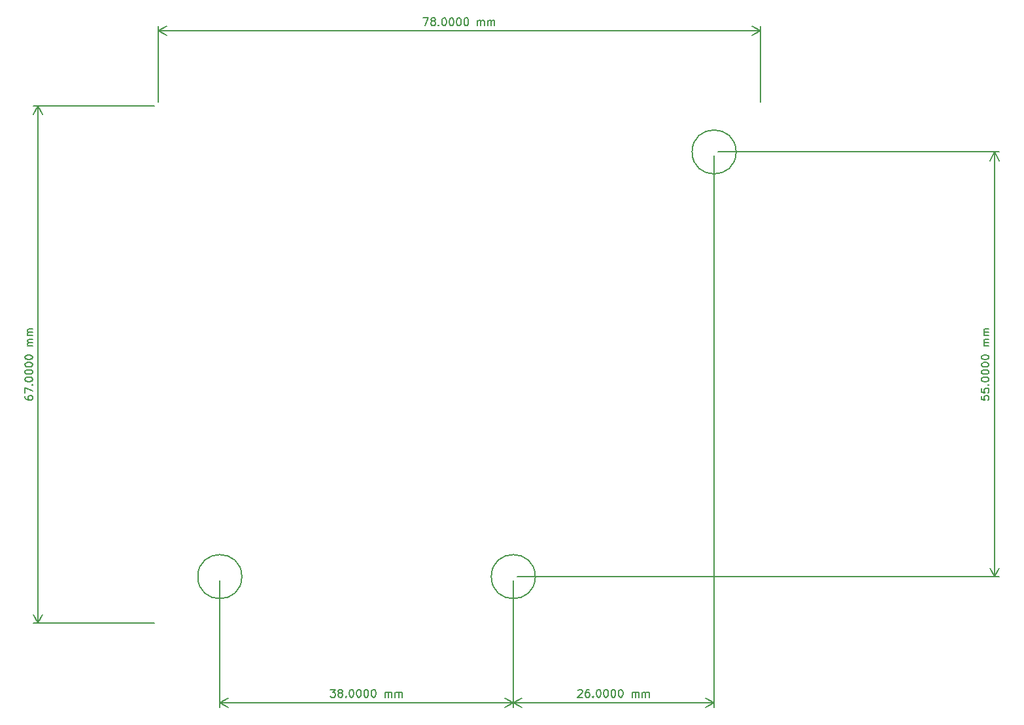
<source format=gbr>
%TF.GenerationSoftware,KiCad,Pcbnew,7.0.5*%
%TF.CreationDate,2023-06-21T21:20:56+02:00*%
%TF.ProjectId,moduleDriver,6d6f6475-6c65-4447-9269-7665722e6b69,rev?*%
%TF.SameCoordinates,Original*%
%TF.FileFunction,Other,Comment*%
%FSLAX46Y46*%
G04 Gerber Fmt 4.6, Leading zero omitted, Abs format (unit mm)*
G04 Created by KiCad (PCBNEW 7.0.5) date 2023-06-21 21:20:56*
%MOMM*%
%LPD*%
G01*
G04 APERTURE LIST*
%ADD10C,0.150000*%
G04 APERTURE END LIST*
D10*
X107380953Y-145720057D02*
X107428572Y-145672438D01*
X107428572Y-145672438D02*
X107523810Y-145624819D01*
X107523810Y-145624819D02*
X107761905Y-145624819D01*
X107761905Y-145624819D02*
X107857143Y-145672438D01*
X107857143Y-145672438D02*
X107904762Y-145720057D01*
X107904762Y-145720057D02*
X107952381Y-145815295D01*
X107952381Y-145815295D02*
X107952381Y-145910533D01*
X107952381Y-145910533D02*
X107904762Y-146053390D01*
X107904762Y-146053390D02*
X107333334Y-146624819D01*
X107333334Y-146624819D02*
X107952381Y-146624819D01*
X108809524Y-145624819D02*
X108619048Y-145624819D01*
X108619048Y-145624819D02*
X108523810Y-145672438D01*
X108523810Y-145672438D02*
X108476191Y-145720057D01*
X108476191Y-145720057D02*
X108380953Y-145862914D01*
X108380953Y-145862914D02*
X108333334Y-146053390D01*
X108333334Y-146053390D02*
X108333334Y-146434342D01*
X108333334Y-146434342D02*
X108380953Y-146529580D01*
X108380953Y-146529580D02*
X108428572Y-146577200D01*
X108428572Y-146577200D02*
X108523810Y-146624819D01*
X108523810Y-146624819D02*
X108714286Y-146624819D01*
X108714286Y-146624819D02*
X108809524Y-146577200D01*
X108809524Y-146577200D02*
X108857143Y-146529580D01*
X108857143Y-146529580D02*
X108904762Y-146434342D01*
X108904762Y-146434342D02*
X108904762Y-146196247D01*
X108904762Y-146196247D02*
X108857143Y-146101009D01*
X108857143Y-146101009D02*
X108809524Y-146053390D01*
X108809524Y-146053390D02*
X108714286Y-146005771D01*
X108714286Y-146005771D02*
X108523810Y-146005771D01*
X108523810Y-146005771D02*
X108428572Y-146053390D01*
X108428572Y-146053390D02*
X108380953Y-146101009D01*
X108380953Y-146101009D02*
X108333334Y-146196247D01*
X109333334Y-146529580D02*
X109380953Y-146577200D01*
X109380953Y-146577200D02*
X109333334Y-146624819D01*
X109333334Y-146624819D02*
X109285715Y-146577200D01*
X109285715Y-146577200D02*
X109333334Y-146529580D01*
X109333334Y-146529580D02*
X109333334Y-146624819D01*
X110000000Y-145624819D02*
X110095238Y-145624819D01*
X110095238Y-145624819D02*
X110190476Y-145672438D01*
X110190476Y-145672438D02*
X110238095Y-145720057D01*
X110238095Y-145720057D02*
X110285714Y-145815295D01*
X110285714Y-145815295D02*
X110333333Y-146005771D01*
X110333333Y-146005771D02*
X110333333Y-146243866D01*
X110333333Y-146243866D02*
X110285714Y-146434342D01*
X110285714Y-146434342D02*
X110238095Y-146529580D01*
X110238095Y-146529580D02*
X110190476Y-146577200D01*
X110190476Y-146577200D02*
X110095238Y-146624819D01*
X110095238Y-146624819D02*
X110000000Y-146624819D01*
X110000000Y-146624819D02*
X109904762Y-146577200D01*
X109904762Y-146577200D02*
X109857143Y-146529580D01*
X109857143Y-146529580D02*
X109809524Y-146434342D01*
X109809524Y-146434342D02*
X109761905Y-146243866D01*
X109761905Y-146243866D02*
X109761905Y-146005771D01*
X109761905Y-146005771D02*
X109809524Y-145815295D01*
X109809524Y-145815295D02*
X109857143Y-145720057D01*
X109857143Y-145720057D02*
X109904762Y-145672438D01*
X109904762Y-145672438D02*
X110000000Y-145624819D01*
X110952381Y-145624819D02*
X111047619Y-145624819D01*
X111047619Y-145624819D02*
X111142857Y-145672438D01*
X111142857Y-145672438D02*
X111190476Y-145720057D01*
X111190476Y-145720057D02*
X111238095Y-145815295D01*
X111238095Y-145815295D02*
X111285714Y-146005771D01*
X111285714Y-146005771D02*
X111285714Y-146243866D01*
X111285714Y-146243866D02*
X111238095Y-146434342D01*
X111238095Y-146434342D02*
X111190476Y-146529580D01*
X111190476Y-146529580D02*
X111142857Y-146577200D01*
X111142857Y-146577200D02*
X111047619Y-146624819D01*
X111047619Y-146624819D02*
X110952381Y-146624819D01*
X110952381Y-146624819D02*
X110857143Y-146577200D01*
X110857143Y-146577200D02*
X110809524Y-146529580D01*
X110809524Y-146529580D02*
X110761905Y-146434342D01*
X110761905Y-146434342D02*
X110714286Y-146243866D01*
X110714286Y-146243866D02*
X110714286Y-146005771D01*
X110714286Y-146005771D02*
X110761905Y-145815295D01*
X110761905Y-145815295D02*
X110809524Y-145720057D01*
X110809524Y-145720057D02*
X110857143Y-145672438D01*
X110857143Y-145672438D02*
X110952381Y-145624819D01*
X111904762Y-145624819D02*
X112000000Y-145624819D01*
X112000000Y-145624819D02*
X112095238Y-145672438D01*
X112095238Y-145672438D02*
X112142857Y-145720057D01*
X112142857Y-145720057D02*
X112190476Y-145815295D01*
X112190476Y-145815295D02*
X112238095Y-146005771D01*
X112238095Y-146005771D02*
X112238095Y-146243866D01*
X112238095Y-146243866D02*
X112190476Y-146434342D01*
X112190476Y-146434342D02*
X112142857Y-146529580D01*
X112142857Y-146529580D02*
X112095238Y-146577200D01*
X112095238Y-146577200D02*
X112000000Y-146624819D01*
X112000000Y-146624819D02*
X111904762Y-146624819D01*
X111904762Y-146624819D02*
X111809524Y-146577200D01*
X111809524Y-146577200D02*
X111761905Y-146529580D01*
X111761905Y-146529580D02*
X111714286Y-146434342D01*
X111714286Y-146434342D02*
X111666667Y-146243866D01*
X111666667Y-146243866D02*
X111666667Y-146005771D01*
X111666667Y-146005771D02*
X111714286Y-145815295D01*
X111714286Y-145815295D02*
X111761905Y-145720057D01*
X111761905Y-145720057D02*
X111809524Y-145672438D01*
X111809524Y-145672438D02*
X111904762Y-145624819D01*
X112857143Y-145624819D02*
X112952381Y-145624819D01*
X112952381Y-145624819D02*
X113047619Y-145672438D01*
X113047619Y-145672438D02*
X113095238Y-145720057D01*
X113095238Y-145720057D02*
X113142857Y-145815295D01*
X113142857Y-145815295D02*
X113190476Y-146005771D01*
X113190476Y-146005771D02*
X113190476Y-146243866D01*
X113190476Y-146243866D02*
X113142857Y-146434342D01*
X113142857Y-146434342D02*
X113095238Y-146529580D01*
X113095238Y-146529580D02*
X113047619Y-146577200D01*
X113047619Y-146577200D02*
X112952381Y-146624819D01*
X112952381Y-146624819D02*
X112857143Y-146624819D01*
X112857143Y-146624819D02*
X112761905Y-146577200D01*
X112761905Y-146577200D02*
X112714286Y-146529580D01*
X112714286Y-146529580D02*
X112666667Y-146434342D01*
X112666667Y-146434342D02*
X112619048Y-146243866D01*
X112619048Y-146243866D02*
X112619048Y-146005771D01*
X112619048Y-146005771D02*
X112666667Y-145815295D01*
X112666667Y-145815295D02*
X112714286Y-145720057D01*
X112714286Y-145720057D02*
X112761905Y-145672438D01*
X112761905Y-145672438D02*
X112857143Y-145624819D01*
X114380953Y-146624819D02*
X114380953Y-145958152D01*
X114380953Y-146053390D02*
X114428572Y-146005771D01*
X114428572Y-146005771D02*
X114523810Y-145958152D01*
X114523810Y-145958152D02*
X114666667Y-145958152D01*
X114666667Y-145958152D02*
X114761905Y-146005771D01*
X114761905Y-146005771D02*
X114809524Y-146101009D01*
X114809524Y-146101009D02*
X114809524Y-146624819D01*
X114809524Y-146101009D02*
X114857143Y-146005771D01*
X114857143Y-146005771D02*
X114952381Y-145958152D01*
X114952381Y-145958152D02*
X115095238Y-145958152D01*
X115095238Y-145958152D02*
X115190477Y-146005771D01*
X115190477Y-146005771D02*
X115238096Y-146101009D01*
X115238096Y-146101009D02*
X115238096Y-146624819D01*
X115714286Y-146624819D02*
X115714286Y-145958152D01*
X115714286Y-146053390D02*
X115761905Y-146005771D01*
X115761905Y-146005771D02*
X115857143Y-145958152D01*
X115857143Y-145958152D02*
X116000000Y-145958152D01*
X116000000Y-145958152D02*
X116095238Y-146005771D01*
X116095238Y-146005771D02*
X116142857Y-146101009D01*
X116142857Y-146101009D02*
X116142857Y-146624819D01*
X116142857Y-146101009D02*
X116190476Y-146005771D01*
X116190476Y-146005771D02*
X116285714Y-145958152D01*
X116285714Y-145958152D02*
X116428571Y-145958152D01*
X116428571Y-145958152D02*
X116523810Y-146005771D01*
X116523810Y-146005771D02*
X116571429Y-146101009D01*
X116571429Y-146101009D02*
X116571429Y-146624819D01*
X125000000Y-76500000D02*
X125000000Y-147906420D01*
X99000000Y-147906420D02*
X99000000Y-131500000D01*
X125000000Y-147320000D02*
X99000000Y-147320000D01*
X125000000Y-147320000D02*
X99000000Y-147320000D01*
X125000000Y-147320000D02*
X123873496Y-147906421D01*
X125000000Y-147320000D02*
X123873496Y-146733579D01*
X99000000Y-147320000D02*
X100126504Y-146733579D01*
X99000000Y-147320000D02*
X100126504Y-147906421D01*
X159594819Y-107595237D02*
X159594819Y-108071427D01*
X159594819Y-108071427D02*
X160071009Y-108119046D01*
X160071009Y-108119046D02*
X160023390Y-108071427D01*
X160023390Y-108071427D02*
X159975771Y-107976189D01*
X159975771Y-107976189D02*
X159975771Y-107738094D01*
X159975771Y-107738094D02*
X160023390Y-107642856D01*
X160023390Y-107642856D02*
X160071009Y-107595237D01*
X160071009Y-107595237D02*
X160166247Y-107547618D01*
X160166247Y-107547618D02*
X160404342Y-107547618D01*
X160404342Y-107547618D02*
X160499580Y-107595237D01*
X160499580Y-107595237D02*
X160547200Y-107642856D01*
X160547200Y-107642856D02*
X160594819Y-107738094D01*
X160594819Y-107738094D02*
X160594819Y-107976189D01*
X160594819Y-107976189D02*
X160547200Y-108071427D01*
X160547200Y-108071427D02*
X160499580Y-108119046D01*
X159594819Y-106642856D02*
X159594819Y-107119046D01*
X159594819Y-107119046D02*
X160071009Y-107166665D01*
X160071009Y-107166665D02*
X160023390Y-107119046D01*
X160023390Y-107119046D02*
X159975771Y-107023808D01*
X159975771Y-107023808D02*
X159975771Y-106785713D01*
X159975771Y-106785713D02*
X160023390Y-106690475D01*
X160023390Y-106690475D02*
X160071009Y-106642856D01*
X160071009Y-106642856D02*
X160166247Y-106595237D01*
X160166247Y-106595237D02*
X160404342Y-106595237D01*
X160404342Y-106595237D02*
X160499580Y-106642856D01*
X160499580Y-106642856D02*
X160547200Y-106690475D01*
X160547200Y-106690475D02*
X160594819Y-106785713D01*
X160594819Y-106785713D02*
X160594819Y-107023808D01*
X160594819Y-107023808D02*
X160547200Y-107119046D01*
X160547200Y-107119046D02*
X160499580Y-107166665D01*
X160499580Y-106166665D02*
X160547200Y-106119046D01*
X160547200Y-106119046D02*
X160594819Y-106166665D01*
X160594819Y-106166665D02*
X160547200Y-106214284D01*
X160547200Y-106214284D02*
X160499580Y-106166665D01*
X160499580Y-106166665D02*
X160594819Y-106166665D01*
X159594819Y-105499999D02*
X159594819Y-105404761D01*
X159594819Y-105404761D02*
X159642438Y-105309523D01*
X159642438Y-105309523D02*
X159690057Y-105261904D01*
X159690057Y-105261904D02*
X159785295Y-105214285D01*
X159785295Y-105214285D02*
X159975771Y-105166666D01*
X159975771Y-105166666D02*
X160213866Y-105166666D01*
X160213866Y-105166666D02*
X160404342Y-105214285D01*
X160404342Y-105214285D02*
X160499580Y-105261904D01*
X160499580Y-105261904D02*
X160547200Y-105309523D01*
X160547200Y-105309523D02*
X160594819Y-105404761D01*
X160594819Y-105404761D02*
X160594819Y-105499999D01*
X160594819Y-105499999D02*
X160547200Y-105595237D01*
X160547200Y-105595237D02*
X160499580Y-105642856D01*
X160499580Y-105642856D02*
X160404342Y-105690475D01*
X160404342Y-105690475D02*
X160213866Y-105738094D01*
X160213866Y-105738094D02*
X159975771Y-105738094D01*
X159975771Y-105738094D02*
X159785295Y-105690475D01*
X159785295Y-105690475D02*
X159690057Y-105642856D01*
X159690057Y-105642856D02*
X159642438Y-105595237D01*
X159642438Y-105595237D02*
X159594819Y-105499999D01*
X159594819Y-104547618D02*
X159594819Y-104452380D01*
X159594819Y-104452380D02*
X159642438Y-104357142D01*
X159642438Y-104357142D02*
X159690057Y-104309523D01*
X159690057Y-104309523D02*
X159785295Y-104261904D01*
X159785295Y-104261904D02*
X159975771Y-104214285D01*
X159975771Y-104214285D02*
X160213866Y-104214285D01*
X160213866Y-104214285D02*
X160404342Y-104261904D01*
X160404342Y-104261904D02*
X160499580Y-104309523D01*
X160499580Y-104309523D02*
X160547200Y-104357142D01*
X160547200Y-104357142D02*
X160594819Y-104452380D01*
X160594819Y-104452380D02*
X160594819Y-104547618D01*
X160594819Y-104547618D02*
X160547200Y-104642856D01*
X160547200Y-104642856D02*
X160499580Y-104690475D01*
X160499580Y-104690475D02*
X160404342Y-104738094D01*
X160404342Y-104738094D02*
X160213866Y-104785713D01*
X160213866Y-104785713D02*
X159975771Y-104785713D01*
X159975771Y-104785713D02*
X159785295Y-104738094D01*
X159785295Y-104738094D02*
X159690057Y-104690475D01*
X159690057Y-104690475D02*
X159642438Y-104642856D01*
X159642438Y-104642856D02*
X159594819Y-104547618D01*
X159594819Y-103595237D02*
X159594819Y-103499999D01*
X159594819Y-103499999D02*
X159642438Y-103404761D01*
X159642438Y-103404761D02*
X159690057Y-103357142D01*
X159690057Y-103357142D02*
X159785295Y-103309523D01*
X159785295Y-103309523D02*
X159975771Y-103261904D01*
X159975771Y-103261904D02*
X160213866Y-103261904D01*
X160213866Y-103261904D02*
X160404342Y-103309523D01*
X160404342Y-103309523D02*
X160499580Y-103357142D01*
X160499580Y-103357142D02*
X160547200Y-103404761D01*
X160547200Y-103404761D02*
X160594819Y-103499999D01*
X160594819Y-103499999D02*
X160594819Y-103595237D01*
X160594819Y-103595237D02*
X160547200Y-103690475D01*
X160547200Y-103690475D02*
X160499580Y-103738094D01*
X160499580Y-103738094D02*
X160404342Y-103785713D01*
X160404342Y-103785713D02*
X160213866Y-103833332D01*
X160213866Y-103833332D02*
X159975771Y-103833332D01*
X159975771Y-103833332D02*
X159785295Y-103785713D01*
X159785295Y-103785713D02*
X159690057Y-103738094D01*
X159690057Y-103738094D02*
X159642438Y-103690475D01*
X159642438Y-103690475D02*
X159594819Y-103595237D01*
X159594819Y-102642856D02*
X159594819Y-102547618D01*
X159594819Y-102547618D02*
X159642438Y-102452380D01*
X159642438Y-102452380D02*
X159690057Y-102404761D01*
X159690057Y-102404761D02*
X159785295Y-102357142D01*
X159785295Y-102357142D02*
X159975771Y-102309523D01*
X159975771Y-102309523D02*
X160213866Y-102309523D01*
X160213866Y-102309523D02*
X160404342Y-102357142D01*
X160404342Y-102357142D02*
X160499580Y-102404761D01*
X160499580Y-102404761D02*
X160547200Y-102452380D01*
X160547200Y-102452380D02*
X160594819Y-102547618D01*
X160594819Y-102547618D02*
X160594819Y-102642856D01*
X160594819Y-102642856D02*
X160547200Y-102738094D01*
X160547200Y-102738094D02*
X160499580Y-102785713D01*
X160499580Y-102785713D02*
X160404342Y-102833332D01*
X160404342Y-102833332D02*
X160213866Y-102880951D01*
X160213866Y-102880951D02*
X159975771Y-102880951D01*
X159975771Y-102880951D02*
X159785295Y-102833332D01*
X159785295Y-102833332D02*
X159690057Y-102785713D01*
X159690057Y-102785713D02*
X159642438Y-102738094D01*
X159642438Y-102738094D02*
X159594819Y-102642856D01*
X160594819Y-101119046D02*
X159928152Y-101119046D01*
X160023390Y-101119046D02*
X159975771Y-101071427D01*
X159975771Y-101071427D02*
X159928152Y-100976189D01*
X159928152Y-100976189D02*
X159928152Y-100833332D01*
X159928152Y-100833332D02*
X159975771Y-100738094D01*
X159975771Y-100738094D02*
X160071009Y-100690475D01*
X160071009Y-100690475D02*
X160594819Y-100690475D01*
X160071009Y-100690475D02*
X159975771Y-100642856D01*
X159975771Y-100642856D02*
X159928152Y-100547618D01*
X159928152Y-100547618D02*
X159928152Y-100404761D01*
X159928152Y-100404761D02*
X159975771Y-100309522D01*
X159975771Y-100309522D02*
X160071009Y-100261903D01*
X160071009Y-100261903D02*
X160594819Y-100261903D01*
X160594819Y-99785713D02*
X159928152Y-99785713D01*
X160023390Y-99785713D02*
X159975771Y-99738094D01*
X159975771Y-99738094D02*
X159928152Y-99642856D01*
X159928152Y-99642856D02*
X159928152Y-99499999D01*
X159928152Y-99499999D02*
X159975771Y-99404761D01*
X159975771Y-99404761D02*
X160071009Y-99357142D01*
X160071009Y-99357142D02*
X160594819Y-99357142D01*
X160071009Y-99357142D02*
X159975771Y-99309523D01*
X159975771Y-99309523D02*
X159928152Y-99214285D01*
X159928152Y-99214285D02*
X159928152Y-99071428D01*
X159928152Y-99071428D02*
X159975771Y-98976189D01*
X159975771Y-98976189D02*
X160071009Y-98928570D01*
X160071009Y-98928570D02*
X160594819Y-98928570D01*
X99500000Y-131000000D02*
X161876420Y-131000000D01*
X161876420Y-76000000D02*
X125500000Y-76000000D01*
X161290000Y-131000000D02*
X161290000Y-76000000D01*
X161290000Y-131000000D02*
X161290000Y-76000000D01*
X161290000Y-131000000D02*
X160703579Y-129873496D01*
X161290000Y-131000000D02*
X161876421Y-129873496D01*
X161290000Y-76000000D02*
X161876421Y-77126504D01*
X161290000Y-76000000D02*
X160703579Y-77126504D01*
X75333334Y-145624819D02*
X75952381Y-145624819D01*
X75952381Y-145624819D02*
X75619048Y-146005771D01*
X75619048Y-146005771D02*
X75761905Y-146005771D01*
X75761905Y-146005771D02*
X75857143Y-146053390D01*
X75857143Y-146053390D02*
X75904762Y-146101009D01*
X75904762Y-146101009D02*
X75952381Y-146196247D01*
X75952381Y-146196247D02*
X75952381Y-146434342D01*
X75952381Y-146434342D02*
X75904762Y-146529580D01*
X75904762Y-146529580D02*
X75857143Y-146577200D01*
X75857143Y-146577200D02*
X75761905Y-146624819D01*
X75761905Y-146624819D02*
X75476191Y-146624819D01*
X75476191Y-146624819D02*
X75380953Y-146577200D01*
X75380953Y-146577200D02*
X75333334Y-146529580D01*
X76523810Y-146053390D02*
X76428572Y-146005771D01*
X76428572Y-146005771D02*
X76380953Y-145958152D01*
X76380953Y-145958152D02*
X76333334Y-145862914D01*
X76333334Y-145862914D02*
X76333334Y-145815295D01*
X76333334Y-145815295D02*
X76380953Y-145720057D01*
X76380953Y-145720057D02*
X76428572Y-145672438D01*
X76428572Y-145672438D02*
X76523810Y-145624819D01*
X76523810Y-145624819D02*
X76714286Y-145624819D01*
X76714286Y-145624819D02*
X76809524Y-145672438D01*
X76809524Y-145672438D02*
X76857143Y-145720057D01*
X76857143Y-145720057D02*
X76904762Y-145815295D01*
X76904762Y-145815295D02*
X76904762Y-145862914D01*
X76904762Y-145862914D02*
X76857143Y-145958152D01*
X76857143Y-145958152D02*
X76809524Y-146005771D01*
X76809524Y-146005771D02*
X76714286Y-146053390D01*
X76714286Y-146053390D02*
X76523810Y-146053390D01*
X76523810Y-146053390D02*
X76428572Y-146101009D01*
X76428572Y-146101009D02*
X76380953Y-146148628D01*
X76380953Y-146148628D02*
X76333334Y-146243866D01*
X76333334Y-146243866D02*
X76333334Y-146434342D01*
X76333334Y-146434342D02*
X76380953Y-146529580D01*
X76380953Y-146529580D02*
X76428572Y-146577200D01*
X76428572Y-146577200D02*
X76523810Y-146624819D01*
X76523810Y-146624819D02*
X76714286Y-146624819D01*
X76714286Y-146624819D02*
X76809524Y-146577200D01*
X76809524Y-146577200D02*
X76857143Y-146529580D01*
X76857143Y-146529580D02*
X76904762Y-146434342D01*
X76904762Y-146434342D02*
X76904762Y-146243866D01*
X76904762Y-146243866D02*
X76857143Y-146148628D01*
X76857143Y-146148628D02*
X76809524Y-146101009D01*
X76809524Y-146101009D02*
X76714286Y-146053390D01*
X77333334Y-146529580D02*
X77380953Y-146577200D01*
X77380953Y-146577200D02*
X77333334Y-146624819D01*
X77333334Y-146624819D02*
X77285715Y-146577200D01*
X77285715Y-146577200D02*
X77333334Y-146529580D01*
X77333334Y-146529580D02*
X77333334Y-146624819D01*
X78000000Y-145624819D02*
X78095238Y-145624819D01*
X78095238Y-145624819D02*
X78190476Y-145672438D01*
X78190476Y-145672438D02*
X78238095Y-145720057D01*
X78238095Y-145720057D02*
X78285714Y-145815295D01*
X78285714Y-145815295D02*
X78333333Y-146005771D01*
X78333333Y-146005771D02*
X78333333Y-146243866D01*
X78333333Y-146243866D02*
X78285714Y-146434342D01*
X78285714Y-146434342D02*
X78238095Y-146529580D01*
X78238095Y-146529580D02*
X78190476Y-146577200D01*
X78190476Y-146577200D02*
X78095238Y-146624819D01*
X78095238Y-146624819D02*
X78000000Y-146624819D01*
X78000000Y-146624819D02*
X77904762Y-146577200D01*
X77904762Y-146577200D02*
X77857143Y-146529580D01*
X77857143Y-146529580D02*
X77809524Y-146434342D01*
X77809524Y-146434342D02*
X77761905Y-146243866D01*
X77761905Y-146243866D02*
X77761905Y-146005771D01*
X77761905Y-146005771D02*
X77809524Y-145815295D01*
X77809524Y-145815295D02*
X77857143Y-145720057D01*
X77857143Y-145720057D02*
X77904762Y-145672438D01*
X77904762Y-145672438D02*
X78000000Y-145624819D01*
X78952381Y-145624819D02*
X79047619Y-145624819D01*
X79047619Y-145624819D02*
X79142857Y-145672438D01*
X79142857Y-145672438D02*
X79190476Y-145720057D01*
X79190476Y-145720057D02*
X79238095Y-145815295D01*
X79238095Y-145815295D02*
X79285714Y-146005771D01*
X79285714Y-146005771D02*
X79285714Y-146243866D01*
X79285714Y-146243866D02*
X79238095Y-146434342D01*
X79238095Y-146434342D02*
X79190476Y-146529580D01*
X79190476Y-146529580D02*
X79142857Y-146577200D01*
X79142857Y-146577200D02*
X79047619Y-146624819D01*
X79047619Y-146624819D02*
X78952381Y-146624819D01*
X78952381Y-146624819D02*
X78857143Y-146577200D01*
X78857143Y-146577200D02*
X78809524Y-146529580D01*
X78809524Y-146529580D02*
X78761905Y-146434342D01*
X78761905Y-146434342D02*
X78714286Y-146243866D01*
X78714286Y-146243866D02*
X78714286Y-146005771D01*
X78714286Y-146005771D02*
X78761905Y-145815295D01*
X78761905Y-145815295D02*
X78809524Y-145720057D01*
X78809524Y-145720057D02*
X78857143Y-145672438D01*
X78857143Y-145672438D02*
X78952381Y-145624819D01*
X79904762Y-145624819D02*
X80000000Y-145624819D01*
X80000000Y-145624819D02*
X80095238Y-145672438D01*
X80095238Y-145672438D02*
X80142857Y-145720057D01*
X80142857Y-145720057D02*
X80190476Y-145815295D01*
X80190476Y-145815295D02*
X80238095Y-146005771D01*
X80238095Y-146005771D02*
X80238095Y-146243866D01*
X80238095Y-146243866D02*
X80190476Y-146434342D01*
X80190476Y-146434342D02*
X80142857Y-146529580D01*
X80142857Y-146529580D02*
X80095238Y-146577200D01*
X80095238Y-146577200D02*
X80000000Y-146624819D01*
X80000000Y-146624819D02*
X79904762Y-146624819D01*
X79904762Y-146624819D02*
X79809524Y-146577200D01*
X79809524Y-146577200D02*
X79761905Y-146529580D01*
X79761905Y-146529580D02*
X79714286Y-146434342D01*
X79714286Y-146434342D02*
X79666667Y-146243866D01*
X79666667Y-146243866D02*
X79666667Y-146005771D01*
X79666667Y-146005771D02*
X79714286Y-145815295D01*
X79714286Y-145815295D02*
X79761905Y-145720057D01*
X79761905Y-145720057D02*
X79809524Y-145672438D01*
X79809524Y-145672438D02*
X79904762Y-145624819D01*
X80857143Y-145624819D02*
X80952381Y-145624819D01*
X80952381Y-145624819D02*
X81047619Y-145672438D01*
X81047619Y-145672438D02*
X81095238Y-145720057D01*
X81095238Y-145720057D02*
X81142857Y-145815295D01*
X81142857Y-145815295D02*
X81190476Y-146005771D01*
X81190476Y-146005771D02*
X81190476Y-146243866D01*
X81190476Y-146243866D02*
X81142857Y-146434342D01*
X81142857Y-146434342D02*
X81095238Y-146529580D01*
X81095238Y-146529580D02*
X81047619Y-146577200D01*
X81047619Y-146577200D02*
X80952381Y-146624819D01*
X80952381Y-146624819D02*
X80857143Y-146624819D01*
X80857143Y-146624819D02*
X80761905Y-146577200D01*
X80761905Y-146577200D02*
X80714286Y-146529580D01*
X80714286Y-146529580D02*
X80666667Y-146434342D01*
X80666667Y-146434342D02*
X80619048Y-146243866D01*
X80619048Y-146243866D02*
X80619048Y-146005771D01*
X80619048Y-146005771D02*
X80666667Y-145815295D01*
X80666667Y-145815295D02*
X80714286Y-145720057D01*
X80714286Y-145720057D02*
X80761905Y-145672438D01*
X80761905Y-145672438D02*
X80857143Y-145624819D01*
X82380953Y-146624819D02*
X82380953Y-145958152D01*
X82380953Y-146053390D02*
X82428572Y-146005771D01*
X82428572Y-146005771D02*
X82523810Y-145958152D01*
X82523810Y-145958152D02*
X82666667Y-145958152D01*
X82666667Y-145958152D02*
X82761905Y-146005771D01*
X82761905Y-146005771D02*
X82809524Y-146101009D01*
X82809524Y-146101009D02*
X82809524Y-146624819D01*
X82809524Y-146101009D02*
X82857143Y-146005771D01*
X82857143Y-146005771D02*
X82952381Y-145958152D01*
X82952381Y-145958152D02*
X83095238Y-145958152D01*
X83095238Y-145958152D02*
X83190477Y-146005771D01*
X83190477Y-146005771D02*
X83238096Y-146101009D01*
X83238096Y-146101009D02*
X83238096Y-146624819D01*
X83714286Y-146624819D02*
X83714286Y-145958152D01*
X83714286Y-146053390D02*
X83761905Y-146005771D01*
X83761905Y-146005771D02*
X83857143Y-145958152D01*
X83857143Y-145958152D02*
X84000000Y-145958152D01*
X84000000Y-145958152D02*
X84095238Y-146005771D01*
X84095238Y-146005771D02*
X84142857Y-146101009D01*
X84142857Y-146101009D02*
X84142857Y-146624819D01*
X84142857Y-146101009D02*
X84190476Y-146005771D01*
X84190476Y-146005771D02*
X84285714Y-145958152D01*
X84285714Y-145958152D02*
X84428571Y-145958152D01*
X84428571Y-145958152D02*
X84523810Y-146005771D01*
X84523810Y-146005771D02*
X84571429Y-146101009D01*
X84571429Y-146101009D02*
X84571429Y-146624819D01*
X61000000Y-131500000D02*
X61000000Y-147906420D01*
X99000000Y-131500000D02*
X99000000Y-147906420D01*
X61000000Y-147320000D02*
X99000000Y-147320000D01*
X61000000Y-147320000D02*
X99000000Y-147320000D01*
X61000000Y-147320000D02*
X62126504Y-146733579D01*
X61000000Y-147320000D02*
X62126504Y-147906421D01*
X99000000Y-147320000D02*
X97873496Y-147906421D01*
X99000000Y-147320000D02*
X97873496Y-146733579D01*
X87333334Y-58629819D02*
X88000000Y-58629819D01*
X88000000Y-58629819D02*
X87571429Y-59629819D01*
X88523810Y-59058390D02*
X88428572Y-59010771D01*
X88428572Y-59010771D02*
X88380953Y-58963152D01*
X88380953Y-58963152D02*
X88333334Y-58867914D01*
X88333334Y-58867914D02*
X88333334Y-58820295D01*
X88333334Y-58820295D02*
X88380953Y-58725057D01*
X88380953Y-58725057D02*
X88428572Y-58677438D01*
X88428572Y-58677438D02*
X88523810Y-58629819D01*
X88523810Y-58629819D02*
X88714286Y-58629819D01*
X88714286Y-58629819D02*
X88809524Y-58677438D01*
X88809524Y-58677438D02*
X88857143Y-58725057D01*
X88857143Y-58725057D02*
X88904762Y-58820295D01*
X88904762Y-58820295D02*
X88904762Y-58867914D01*
X88904762Y-58867914D02*
X88857143Y-58963152D01*
X88857143Y-58963152D02*
X88809524Y-59010771D01*
X88809524Y-59010771D02*
X88714286Y-59058390D01*
X88714286Y-59058390D02*
X88523810Y-59058390D01*
X88523810Y-59058390D02*
X88428572Y-59106009D01*
X88428572Y-59106009D02*
X88380953Y-59153628D01*
X88380953Y-59153628D02*
X88333334Y-59248866D01*
X88333334Y-59248866D02*
X88333334Y-59439342D01*
X88333334Y-59439342D02*
X88380953Y-59534580D01*
X88380953Y-59534580D02*
X88428572Y-59582200D01*
X88428572Y-59582200D02*
X88523810Y-59629819D01*
X88523810Y-59629819D02*
X88714286Y-59629819D01*
X88714286Y-59629819D02*
X88809524Y-59582200D01*
X88809524Y-59582200D02*
X88857143Y-59534580D01*
X88857143Y-59534580D02*
X88904762Y-59439342D01*
X88904762Y-59439342D02*
X88904762Y-59248866D01*
X88904762Y-59248866D02*
X88857143Y-59153628D01*
X88857143Y-59153628D02*
X88809524Y-59106009D01*
X88809524Y-59106009D02*
X88714286Y-59058390D01*
X89333334Y-59534580D02*
X89380953Y-59582200D01*
X89380953Y-59582200D02*
X89333334Y-59629819D01*
X89333334Y-59629819D02*
X89285715Y-59582200D01*
X89285715Y-59582200D02*
X89333334Y-59534580D01*
X89333334Y-59534580D02*
X89333334Y-59629819D01*
X90000000Y-58629819D02*
X90095238Y-58629819D01*
X90095238Y-58629819D02*
X90190476Y-58677438D01*
X90190476Y-58677438D02*
X90238095Y-58725057D01*
X90238095Y-58725057D02*
X90285714Y-58820295D01*
X90285714Y-58820295D02*
X90333333Y-59010771D01*
X90333333Y-59010771D02*
X90333333Y-59248866D01*
X90333333Y-59248866D02*
X90285714Y-59439342D01*
X90285714Y-59439342D02*
X90238095Y-59534580D01*
X90238095Y-59534580D02*
X90190476Y-59582200D01*
X90190476Y-59582200D02*
X90095238Y-59629819D01*
X90095238Y-59629819D02*
X90000000Y-59629819D01*
X90000000Y-59629819D02*
X89904762Y-59582200D01*
X89904762Y-59582200D02*
X89857143Y-59534580D01*
X89857143Y-59534580D02*
X89809524Y-59439342D01*
X89809524Y-59439342D02*
X89761905Y-59248866D01*
X89761905Y-59248866D02*
X89761905Y-59010771D01*
X89761905Y-59010771D02*
X89809524Y-58820295D01*
X89809524Y-58820295D02*
X89857143Y-58725057D01*
X89857143Y-58725057D02*
X89904762Y-58677438D01*
X89904762Y-58677438D02*
X90000000Y-58629819D01*
X90952381Y-58629819D02*
X91047619Y-58629819D01*
X91047619Y-58629819D02*
X91142857Y-58677438D01*
X91142857Y-58677438D02*
X91190476Y-58725057D01*
X91190476Y-58725057D02*
X91238095Y-58820295D01*
X91238095Y-58820295D02*
X91285714Y-59010771D01*
X91285714Y-59010771D02*
X91285714Y-59248866D01*
X91285714Y-59248866D02*
X91238095Y-59439342D01*
X91238095Y-59439342D02*
X91190476Y-59534580D01*
X91190476Y-59534580D02*
X91142857Y-59582200D01*
X91142857Y-59582200D02*
X91047619Y-59629819D01*
X91047619Y-59629819D02*
X90952381Y-59629819D01*
X90952381Y-59629819D02*
X90857143Y-59582200D01*
X90857143Y-59582200D02*
X90809524Y-59534580D01*
X90809524Y-59534580D02*
X90761905Y-59439342D01*
X90761905Y-59439342D02*
X90714286Y-59248866D01*
X90714286Y-59248866D02*
X90714286Y-59010771D01*
X90714286Y-59010771D02*
X90761905Y-58820295D01*
X90761905Y-58820295D02*
X90809524Y-58725057D01*
X90809524Y-58725057D02*
X90857143Y-58677438D01*
X90857143Y-58677438D02*
X90952381Y-58629819D01*
X91904762Y-58629819D02*
X92000000Y-58629819D01*
X92000000Y-58629819D02*
X92095238Y-58677438D01*
X92095238Y-58677438D02*
X92142857Y-58725057D01*
X92142857Y-58725057D02*
X92190476Y-58820295D01*
X92190476Y-58820295D02*
X92238095Y-59010771D01*
X92238095Y-59010771D02*
X92238095Y-59248866D01*
X92238095Y-59248866D02*
X92190476Y-59439342D01*
X92190476Y-59439342D02*
X92142857Y-59534580D01*
X92142857Y-59534580D02*
X92095238Y-59582200D01*
X92095238Y-59582200D02*
X92000000Y-59629819D01*
X92000000Y-59629819D02*
X91904762Y-59629819D01*
X91904762Y-59629819D02*
X91809524Y-59582200D01*
X91809524Y-59582200D02*
X91761905Y-59534580D01*
X91761905Y-59534580D02*
X91714286Y-59439342D01*
X91714286Y-59439342D02*
X91666667Y-59248866D01*
X91666667Y-59248866D02*
X91666667Y-59010771D01*
X91666667Y-59010771D02*
X91714286Y-58820295D01*
X91714286Y-58820295D02*
X91761905Y-58725057D01*
X91761905Y-58725057D02*
X91809524Y-58677438D01*
X91809524Y-58677438D02*
X91904762Y-58629819D01*
X92857143Y-58629819D02*
X92952381Y-58629819D01*
X92952381Y-58629819D02*
X93047619Y-58677438D01*
X93047619Y-58677438D02*
X93095238Y-58725057D01*
X93095238Y-58725057D02*
X93142857Y-58820295D01*
X93142857Y-58820295D02*
X93190476Y-59010771D01*
X93190476Y-59010771D02*
X93190476Y-59248866D01*
X93190476Y-59248866D02*
X93142857Y-59439342D01*
X93142857Y-59439342D02*
X93095238Y-59534580D01*
X93095238Y-59534580D02*
X93047619Y-59582200D01*
X93047619Y-59582200D02*
X92952381Y-59629819D01*
X92952381Y-59629819D02*
X92857143Y-59629819D01*
X92857143Y-59629819D02*
X92761905Y-59582200D01*
X92761905Y-59582200D02*
X92714286Y-59534580D01*
X92714286Y-59534580D02*
X92666667Y-59439342D01*
X92666667Y-59439342D02*
X92619048Y-59248866D01*
X92619048Y-59248866D02*
X92619048Y-59010771D01*
X92619048Y-59010771D02*
X92666667Y-58820295D01*
X92666667Y-58820295D02*
X92714286Y-58725057D01*
X92714286Y-58725057D02*
X92761905Y-58677438D01*
X92761905Y-58677438D02*
X92857143Y-58629819D01*
X94380953Y-59629819D02*
X94380953Y-58963152D01*
X94380953Y-59058390D02*
X94428572Y-59010771D01*
X94428572Y-59010771D02*
X94523810Y-58963152D01*
X94523810Y-58963152D02*
X94666667Y-58963152D01*
X94666667Y-58963152D02*
X94761905Y-59010771D01*
X94761905Y-59010771D02*
X94809524Y-59106009D01*
X94809524Y-59106009D02*
X94809524Y-59629819D01*
X94809524Y-59106009D02*
X94857143Y-59010771D01*
X94857143Y-59010771D02*
X94952381Y-58963152D01*
X94952381Y-58963152D02*
X95095238Y-58963152D01*
X95095238Y-58963152D02*
X95190477Y-59010771D01*
X95190477Y-59010771D02*
X95238096Y-59106009D01*
X95238096Y-59106009D02*
X95238096Y-59629819D01*
X95714286Y-59629819D02*
X95714286Y-58963152D01*
X95714286Y-59058390D02*
X95761905Y-59010771D01*
X95761905Y-59010771D02*
X95857143Y-58963152D01*
X95857143Y-58963152D02*
X96000000Y-58963152D01*
X96000000Y-58963152D02*
X96095238Y-59010771D01*
X96095238Y-59010771D02*
X96142857Y-59106009D01*
X96142857Y-59106009D02*
X96142857Y-59629819D01*
X96142857Y-59106009D02*
X96190476Y-59010771D01*
X96190476Y-59010771D02*
X96285714Y-58963152D01*
X96285714Y-58963152D02*
X96428571Y-58963152D01*
X96428571Y-58963152D02*
X96523810Y-59010771D01*
X96523810Y-59010771D02*
X96571429Y-59106009D01*
X96571429Y-59106009D02*
X96571429Y-59629819D01*
X53000000Y-69500000D02*
X53000000Y-59738580D01*
X131000000Y-69500000D02*
X131000000Y-59738580D01*
X53000000Y-60325000D02*
X131000000Y-60325000D01*
X53000000Y-60325000D02*
X131000000Y-60325000D01*
X53000000Y-60325000D02*
X54126504Y-59738579D01*
X53000000Y-60325000D02*
X54126504Y-60911421D01*
X131000000Y-60325000D02*
X129873496Y-60911421D01*
X131000000Y-60325000D02*
X129873496Y-59738579D01*
X35769819Y-107642856D02*
X35769819Y-107833332D01*
X35769819Y-107833332D02*
X35817438Y-107928570D01*
X35817438Y-107928570D02*
X35865057Y-107976189D01*
X35865057Y-107976189D02*
X36007914Y-108071427D01*
X36007914Y-108071427D02*
X36198390Y-108119046D01*
X36198390Y-108119046D02*
X36579342Y-108119046D01*
X36579342Y-108119046D02*
X36674580Y-108071427D01*
X36674580Y-108071427D02*
X36722200Y-108023808D01*
X36722200Y-108023808D02*
X36769819Y-107928570D01*
X36769819Y-107928570D02*
X36769819Y-107738094D01*
X36769819Y-107738094D02*
X36722200Y-107642856D01*
X36722200Y-107642856D02*
X36674580Y-107595237D01*
X36674580Y-107595237D02*
X36579342Y-107547618D01*
X36579342Y-107547618D02*
X36341247Y-107547618D01*
X36341247Y-107547618D02*
X36246009Y-107595237D01*
X36246009Y-107595237D02*
X36198390Y-107642856D01*
X36198390Y-107642856D02*
X36150771Y-107738094D01*
X36150771Y-107738094D02*
X36150771Y-107928570D01*
X36150771Y-107928570D02*
X36198390Y-108023808D01*
X36198390Y-108023808D02*
X36246009Y-108071427D01*
X36246009Y-108071427D02*
X36341247Y-108119046D01*
X35769819Y-107214284D02*
X35769819Y-106547618D01*
X35769819Y-106547618D02*
X36769819Y-106976189D01*
X36674580Y-106166665D02*
X36722200Y-106119046D01*
X36722200Y-106119046D02*
X36769819Y-106166665D01*
X36769819Y-106166665D02*
X36722200Y-106214284D01*
X36722200Y-106214284D02*
X36674580Y-106166665D01*
X36674580Y-106166665D02*
X36769819Y-106166665D01*
X35769819Y-105499999D02*
X35769819Y-105404761D01*
X35769819Y-105404761D02*
X35817438Y-105309523D01*
X35817438Y-105309523D02*
X35865057Y-105261904D01*
X35865057Y-105261904D02*
X35960295Y-105214285D01*
X35960295Y-105214285D02*
X36150771Y-105166666D01*
X36150771Y-105166666D02*
X36388866Y-105166666D01*
X36388866Y-105166666D02*
X36579342Y-105214285D01*
X36579342Y-105214285D02*
X36674580Y-105261904D01*
X36674580Y-105261904D02*
X36722200Y-105309523D01*
X36722200Y-105309523D02*
X36769819Y-105404761D01*
X36769819Y-105404761D02*
X36769819Y-105499999D01*
X36769819Y-105499999D02*
X36722200Y-105595237D01*
X36722200Y-105595237D02*
X36674580Y-105642856D01*
X36674580Y-105642856D02*
X36579342Y-105690475D01*
X36579342Y-105690475D02*
X36388866Y-105738094D01*
X36388866Y-105738094D02*
X36150771Y-105738094D01*
X36150771Y-105738094D02*
X35960295Y-105690475D01*
X35960295Y-105690475D02*
X35865057Y-105642856D01*
X35865057Y-105642856D02*
X35817438Y-105595237D01*
X35817438Y-105595237D02*
X35769819Y-105499999D01*
X35769819Y-104547618D02*
X35769819Y-104452380D01*
X35769819Y-104452380D02*
X35817438Y-104357142D01*
X35817438Y-104357142D02*
X35865057Y-104309523D01*
X35865057Y-104309523D02*
X35960295Y-104261904D01*
X35960295Y-104261904D02*
X36150771Y-104214285D01*
X36150771Y-104214285D02*
X36388866Y-104214285D01*
X36388866Y-104214285D02*
X36579342Y-104261904D01*
X36579342Y-104261904D02*
X36674580Y-104309523D01*
X36674580Y-104309523D02*
X36722200Y-104357142D01*
X36722200Y-104357142D02*
X36769819Y-104452380D01*
X36769819Y-104452380D02*
X36769819Y-104547618D01*
X36769819Y-104547618D02*
X36722200Y-104642856D01*
X36722200Y-104642856D02*
X36674580Y-104690475D01*
X36674580Y-104690475D02*
X36579342Y-104738094D01*
X36579342Y-104738094D02*
X36388866Y-104785713D01*
X36388866Y-104785713D02*
X36150771Y-104785713D01*
X36150771Y-104785713D02*
X35960295Y-104738094D01*
X35960295Y-104738094D02*
X35865057Y-104690475D01*
X35865057Y-104690475D02*
X35817438Y-104642856D01*
X35817438Y-104642856D02*
X35769819Y-104547618D01*
X35769819Y-103595237D02*
X35769819Y-103499999D01*
X35769819Y-103499999D02*
X35817438Y-103404761D01*
X35817438Y-103404761D02*
X35865057Y-103357142D01*
X35865057Y-103357142D02*
X35960295Y-103309523D01*
X35960295Y-103309523D02*
X36150771Y-103261904D01*
X36150771Y-103261904D02*
X36388866Y-103261904D01*
X36388866Y-103261904D02*
X36579342Y-103309523D01*
X36579342Y-103309523D02*
X36674580Y-103357142D01*
X36674580Y-103357142D02*
X36722200Y-103404761D01*
X36722200Y-103404761D02*
X36769819Y-103499999D01*
X36769819Y-103499999D02*
X36769819Y-103595237D01*
X36769819Y-103595237D02*
X36722200Y-103690475D01*
X36722200Y-103690475D02*
X36674580Y-103738094D01*
X36674580Y-103738094D02*
X36579342Y-103785713D01*
X36579342Y-103785713D02*
X36388866Y-103833332D01*
X36388866Y-103833332D02*
X36150771Y-103833332D01*
X36150771Y-103833332D02*
X35960295Y-103785713D01*
X35960295Y-103785713D02*
X35865057Y-103738094D01*
X35865057Y-103738094D02*
X35817438Y-103690475D01*
X35817438Y-103690475D02*
X35769819Y-103595237D01*
X35769819Y-102642856D02*
X35769819Y-102547618D01*
X35769819Y-102547618D02*
X35817438Y-102452380D01*
X35817438Y-102452380D02*
X35865057Y-102404761D01*
X35865057Y-102404761D02*
X35960295Y-102357142D01*
X35960295Y-102357142D02*
X36150771Y-102309523D01*
X36150771Y-102309523D02*
X36388866Y-102309523D01*
X36388866Y-102309523D02*
X36579342Y-102357142D01*
X36579342Y-102357142D02*
X36674580Y-102404761D01*
X36674580Y-102404761D02*
X36722200Y-102452380D01*
X36722200Y-102452380D02*
X36769819Y-102547618D01*
X36769819Y-102547618D02*
X36769819Y-102642856D01*
X36769819Y-102642856D02*
X36722200Y-102738094D01*
X36722200Y-102738094D02*
X36674580Y-102785713D01*
X36674580Y-102785713D02*
X36579342Y-102833332D01*
X36579342Y-102833332D02*
X36388866Y-102880951D01*
X36388866Y-102880951D02*
X36150771Y-102880951D01*
X36150771Y-102880951D02*
X35960295Y-102833332D01*
X35960295Y-102833332D02*
X35865057Y-102785713D01*
X35865057Y-102785713D02*
X35817438Y-102738094D01*
X35817438Y-102738094D02*
X35769819Y-102642856D01*
X36769819Y-101119046D02*
X36103152Y-101119046D01*
X36198390Y-101119046D02*
X36150771Y-101071427D01*
X36150771Y-101071427D02*
X36103152Y-100976189D01*
X36103152Y-100976189D02*
X36103152Y-100833332D01*
X36103152Y-100833332D02*
X36150771Y-100738094D01*
X36150771Y-100738094D02*
X36246009Y-100690475D01*
X36246009Y-100690475D02*
X36769819Y-100690475D01*
X36246009Y-100690475D02*
X36150771Y-100642856D01*
X36150771Y-100642856D02*
X36103152Y-100547618D01*
X36103152Y-100547618D02*
X36103152Y-100404761D01*
X36103152Y-100404761D02*
X36150771Y-100309522D01*
X36150771Y-100309522D02*
X36246009Y-100261903D01*
X36246009Y-100261903D02*
X36769819Y-100261903D01*
X36769819Y-99785713D02*
X36103152Y-99785713D01*
X36198390Y-99785713D02*
X36150771Y-99738094D01*
X36150771Y-99738094D02*
X36103152Y-99642856D01*
X36103152Y-99642856D02*
X36103152Y-99499999D01*
X36103152Y-99499999D02*
X36150771Y-99404761D01*
X36150771Y-99404761D02*
X36246009Y-99357142D01*
X36246009Y-99357142D02*
X36769819Y-99357142D01*
X36246009Y-99357142D02*
X36150771Y-99309523D01*
X36150771Y-99309523D02*
X36103152Y-99214285D01*
X36103152Y-99214285D02*
X36103152Y-99071428D01*
X36103152Y-99071428D02*
X36150771Y-98976189D01*
X36150771Y-98976189D02*
X36246009Y-98928570D01*
X36246009Y-98928570D02*
X36769819Y-98928570D01*
X52500000Y-137000000D02*
X36878580Y-137000000D01*
X52500000Y-70000000D02*
X36878580Y-70000000D01*
X37465000Y-137000000D02*
X37465000Y-70000000D01*
X37465000Y-137000000D02*
X37465000Y-70000000D01*
X37465000Y-137000000D02*
X36878579Y-135873496D01*
X37465000Y-137000000D02*
X38051421Y-135873496D01*
X37465000Y-70000000D02*
X38051421Y-71126504D01*
X37465000Y-70000000D02*
X36878579Y-71126504D01*
X127850000Y-76000000D02*
G75*
G03*
X127850000Y-76000000I-2850000J0D01*
G01*
X63850000Y-131000000D02*
G75*
G03*
X63850000Y-131000000I-2850000J0D01*
G01*
X101850000Y-131000000D02*
G75*
G03*
X101850000Y-131000000I-2850000J0D01*
G01*
M02*

</source>
